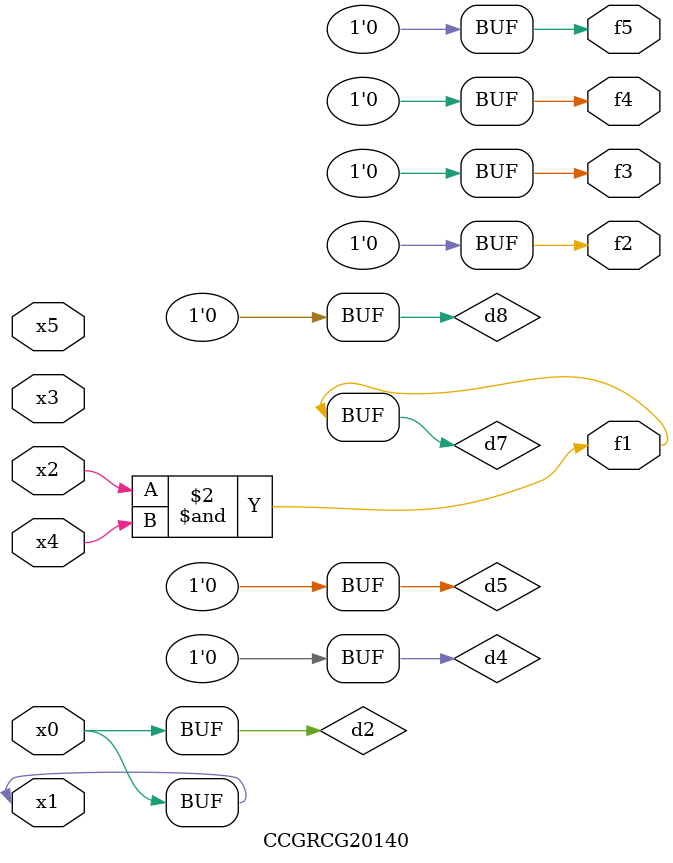
<source format=v>
module CCGRCG20140(
	input x0, x1, x2, x3, x4, x5,
	output f1, f2, f3, f4, f5
);

	wire d1, d2, d3, d4, d5, d6, d7, d8, d9;

	nand (d1, x1);
	buf (d2, x0, x1);
	nand (d3, x2, x4);
	and (d4, d1, d2);
	and (d5, d1, d2);
	nand (d6, d1, d3);
	not (d7, d3);
	xor (d8, d5);
	nor (d9, d5, d6);
	assign f1 = d7;
	assign f2 = d8;
	assign f3 = d8;
	assign f4 = d8;
	assign f5 = d8;
endmodule

</source>
